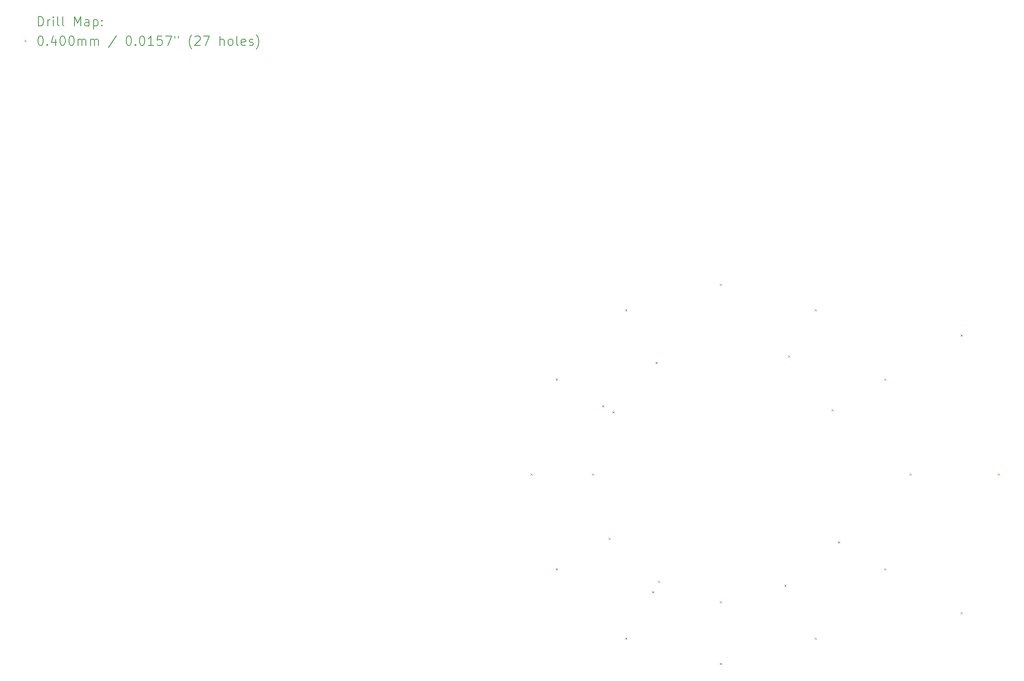
<source format=gbr>
%TF.GenerationSoftware,KiCad,Pcbnew,7.0.7*%
%TF.CreationDate,2023-10-13T08:16:50+05:30*%
%TF.ProjectId,12W,3132572e-6b69-4636-9164-5f7063625858,rev?*%
%TF.SameCoordinates,Original*%
%TF.FileFunction,Drillmap*%
%TF.FilePolarity,Positive*%
%FSLAX45Y45*%
G04 Gerber Fmt 4.5, Leading zero omitted, Abs format (unit mm)*
G04 Created by KiCad (PCBNEW 7.0.7) date 2023-10-13 08:16:50*
%MOMM*%
%LPD*%
G01*
G04 APERTURE LIST*
%ADD10C,0.200000*%
%ADD11C,0.040000*%
G04 APERTURE END LIST*
D10*
D11*
X10885000Y-9980000D02*
X10925000Y-10020000D01*
X10925000Y-9980000D02*
X10885000Y-10020000D01*
X11433626Y-7932500D02*
X11473626Y-7972500D01*
X11473626Y-7932500D02*
X11433626Y-7972500D01*
X11433626Y-12027500D02*
X11473626Y-12067500D01*
X11473626Y-12027500D02*
X11433626Y-12067500D01*
X12220000Y-9980000D02*
X12260000Y-10020000D01*
X12260000Y-9980000D02*
X12220000Y-10020000D01*
X12433885Y-8510000D02*
X12473885Y-8550000D01*
X12473885Y-8510000D02*
X12433885Y-8550000D01*
X12572449Y-11370000D02*
X12612449Y-11410000D01*
X12612449Y-11370000D02*
X12572449Y-11410000D01*
X12659052Y-8640000D02*
X12699052Y-8680000D01*
X12699052Y-8640000D02*
X12659052Y-8680000D01*
X12932500Y-6433626D02*
X12972500Y-6473626D01*
X12972500Y-6433626D02*
X12932500Y-6473626D01*
X12932500Y-13526374D02*
X12972500Y-13566374D01*
X12972500Y-13526374D02*
X12932500Y-13566374D01*
X13510000Y-12526115D02*
X13550000Y-12566115D01*
X13550000Y-12526115D02*
X13510000Y-12566115D01*
X13590000Y-7572449D02*
X13630000Y-7612449D01*
X13630000Y-7572449D02*
X13590000Y-7612449D01*
X13640000Y-12300948D02*
X13680000Y-12340948D01*
X13680000Y-12300948D02*
X13640000Y-12340948D01*
X14980000Y-5885000D02*
X15020000Y-5925000D01*
X15020000Y-5885000D02*
X14980000Y-5925000D01*
X14980000Y-12740000D02*
X15020000Y-12780000D01*
X15020000Y-12740000D02*
X14980000Y-12780000D01*
X14980000Y-14075000D02*
X15020000Y-14115000D01*
X15020000Y-14075000D02*
X14980000Y-14115000D01*
X16370000Y-12387551D02*
X16410000Y-12427551D01*
X16410000Y-12387551D02*
X16370000Y-12427551D01*
X16450000Y-7433885D02*
X16490000Y-7473885D01*
X16490000Y-7433885D02*
X16450000Y-7473885D01*
X17027500Y-6433626D02*
X17067500Y-6473626D01*
X17067500Y-6433626D02*
X17027500Y-6473626D01*
X17027500Y-13526374D02*
X17067500Y-13566374D01*
X17067500Y-13526374D02*
X17027500Y-13566374D01*
X17387551Y-8590000D02*
X17427551Y-8630000D01*
X17427551Y-8590000D02*
X17387551Y-8630000D01*
X17526115Y-11450000D02*
X17566115Y-11490000D01*
X17566115Y-11450000D02*
X17526115Y-11490000D01*
X18526374Y-7932500D02*
X18566374Y-7972500D01*
X18566374Y-7932500D02*
X18526374Y-7972500D01*
X18526374Y-12027500D02*
X18566374Y-12067500D01*
X18566374Y-12027500D02*
X18526374Y-12067500D01*
X19075000Y-9980000D02*
X19115000Y-10020000D01*
X19115000Y-9980000D02*
X19075000Y-10020000D01*
X20176152Y-6980000D02*
X20216152Y-7020000D01*
X20216152Y-6980000D02*
X20176152Y-7020000D01*
X20176152Y-12980000D02*
X20216152Y-13020000D01*
X20216152Y-12980000D02*
X20176152Y-13020000D01*
X20980000Y-9980000D02*
X21020000Y-10020000D01*
X21020000Y-9980000D02*
X20980000Y-10020000D01*
D10*
X260777Y-311484D02*
X260777Y-111484D01*
X260777Y-111484D02*
X308396Y-111484D01*
X308396Y-111484D02*
X336967Y-121008D01*
X336967Y-121008D02*
X356015Y-140055D01*
X356015Y-140055D02*
X365539Y-159103D01*
X365539Y-159103D02*
X375062Y-197198D01*
X375062Y-197198D02*
X375062Y-225769D01*
X375062Y-225769D02*
X365539Y-263865D01*
X365539Y-263865D02*
X356015Y-282912D01*
X356015Y-282912D02*
X336967Y-301960D01*
X336967Y-301960D02*
X308396Y-311484D01*
X308396Y-311484D02*
X260777Y-311484D01*
X460777Y-311484D02*
X460777Y-178150D01*
X460777Y-216246D02*
X470301Y-197198D01*
X470301Y-197198D02*
X479824Y-187674D01*
X479824Y-187674D02*
X498872Y-178150D01*
X498872Y-178150D02*
X517920Y-178150D01*
X584586Y-311484D02*
X584586Y-178150D01*
X584586Y-111484D02*
X575063Y-121008D01*
X575063Y-121008D02*
X584586Y-130531D01*
X584586Y-130531D02*
X594110Y-121008D01*
X594110Y-121008D02*
X584586Y-111484D01*
X584586Y-111484D02*
X584586Y-130531D01*
X708396Y-311484D02*
X689348Y-301960D01*
X689348Y-301960D02*
X679824Y-282912D01*
X679824Y-282912D02*
X679824Y-111484D01*
X813158Y-311484D02*
X794110Y-301960D01*
X794110Y-301960D02*
X784586Y-282912D01*
X784586Y-282912D02*
X784586Y-111484D01*
X1041729Y-311484D02*
X1041729Y-111484D01*
X1041729Y-111484D02*
X1108396Y-254341D01*
X1108396Y-254341D02*
X1175063Y-111484D01*
X1175063Y-111484D02*
X1175063Y-311484D01*
X1356015Y-311484D02*
X1356015Y-206722D01*
X1356015Y-206722D02*
X1346491Y-187674D01*
X1346491Y-187674D02*
X1327444Y-178150D01*
X1327444Y-178150D02*
X1289348Y-178150D01*
X1289348Y-178150D02*
X1270301Y-187674D01*
X1356015Y-301960D02*
X1336967Y-311484D01*
X1336967Y-311484D02*
X1289348Y-311484D01*
X1289348Y-311484D02*
X1270301Y-301960D01*
X1270301Y-301960D02*
X1260777Y-282912D01*
X1260777Y-282912D02*
X1260777Y-263865D01*
X1260777Y-263865D02*
X1270301Y-244817D01*
X1270301Y-244817D02*
X1289348Y-235293D01*
X1289348Y-235293D02*
X1336967Y-235293D01*
X1336967Y-235293D02*
X1356015Y-225769D01*
X1451253Y-178150D02*
X1451253Y-378150D01*
X1451253Y-187674D02*
X1470301Y-178150D01*
X1470301Y-178150D02*
X1508396Y-178150D01*
X1508396Y-178150D02*
X1527443Y-187674D01*
X1527443Y-187674D02*
X1536967Y-197198D01*
X1536967Y-197198D02*
X1546491Y-216246D01*
X1546491Y-216246D02*
X1546491Y-273389D01*
X1546491Y-273389D02*
X1536967Y-292436D01*
X1536967Y-292436D02*
X1527443Y-301960D01*
X1527443Y-301960D02*
X1508396Y-311484D01*
X1508396Y-311484D02*
X1470301Y-311484D01*
X1470301Y-311484D02*
X1451253Y-301960D01*
X1632205Y-292436D02*
X1641729Y-301960D01*
X1641729Y-301960D02*
X1632205Y-311484D01*
X1632205Y-311484D02*
X1622682Y-301960D01*
X1622682Y-301960D02*
X1632205Y-292436D01*
X1632205Y-292436D02*
X1632205Y-311484D01*
X1632205Y-187674D02*
X1641729Y-197198D01*
X1641729Y-197198D02*
X1632205Y-206722D01*
X1632205Y-206722D02*
X1622682Y-197198D01*
X1622682Y-197198D02*
X1632205Y-187674D01*
X1632205Y-187674D02*
X1632205Y-206722D01*
D11*
X-40000Y-620000D02*
X0Y-660000D01*
X0Y-620000D02*
X-40000Y-660000D01*
D10*
X298872Y-531484D02*
X317920Y-531484D01*
X317920Y-531484D02*
X336967Y-541008D01*
X336967Y-541008D02*
X346491Y-550531D01*
X346491Y-550531D02*
X356015Y-569579D01*
X356015Y-569579D02*
X365539Y-607674D01*
X365539Y-607674D02*
X365539Y-655293D01*
X365539Y-655293D02*
X356015Y-693389D01*
X356015Y-693389D02*
X346491Y-712436D01*
X346491Y-712436D02*
X336967Y-721960D01*
X336967Y-721960D02*
X317920Y-731484D01*
X317920Y-731484D02*
X298872Y-731484D01*
X298872Y-731484D02*
X279824Y-721960D01*
X279824Y-721960D02*
X270301Y-712436D01*
X270301Y-712436D02*
X260777Y-693389D01*
X260777Y-693389D02*
X251253Y-655293D01*
X251253Y-655293D02*
X251253Y-607674D01*
X251253Y-607674D02*
X260777Y-569579D01*
X260777Y-569579D02*
X270301Y-550531D01*
X270301Y-550531D02*
X279824Y-541008D01*
X279824Y-541008D02*
X298872Y-531484D01*
X451253Y-712436D02*
X460777Y-721960D01*
X460777Y-721960D02*
X451253Y-731484D01*
X451253Y-731484D02*
X441729Y-721960D01*
X441729Y-721960D02*
X451253Y-712436D01*
X451253Y-712436D02*
X451253Y-731484D01*
X632205Y-598150D02*
X632205Y-731484D01*
X584586Y-521960D02*
X536967Y-664817D01*
X536967Y-664817D02*
X660777Y-664817D01*
X775062Y-531484D02*
X794110Y-531484D01*
X794110Y-531484D02*
X813158Y-541008D01*
X813158Y-541008D02*
X822682Y-550531D01*
X822682Y-550531D02*
X832205Y-569579D01*
X832205Y-569579D02*
X841729Y-607674D01*
X841729Y-607674D02*
X841729Y-655293D01*
X841729Y-655293D02*
X832205Y-693389D01*
X832205Y-693389D02*
X822682Y-712436D01*
X822682Y-712436D02*
X813158Y-721960D01*
X813158Y-721960D02*
X794110Y-731484D01*
X794110Y-731484D02*
X775062Y-731484D01*
X775062Y-731484D02*
X756015Y-721960D01*
X756015Y-721960D02*
X746491Y-712436D01*
X746491Y-712436D02*
X736967Y-693389D01*
X736967Y-693389D02*
X727443Y-655293D01*
X727443Y-655293D02*
X727443Y-607674D01*
X727443Y-607674D02*
X736967Y-569579D01*
X736967Y-569579D02*
X746491Y-550531D01*
X746491Y-550531D02*
X756015Y-541008D01*
X756015Y-541008D02*
X775062Y-531484D01*
X965539Y-531484D02*
X984586Y-531484D01*
X984586Y-531484D02*
X1003634Y-541008D01*
X1003634Y-541008D02*
X1013158Y-550531D01*
X1013158Y-550531D02*
X1022682Y-569579D01*
X1022682Y-569579D02*
X1032205Y-607674D01*
X1032205Y-607674D02*
X1032205Y-655293D01*
X1032205Y-655293D02*
X1022682Y-693389D01*
X1022682Y-693389D02*
X1013158Y-712436D01*
X1013158Y-712436D02*
X1003634Y-721960D01*
X1003634Y-721960D02*
X984586Y-731484D01*
X984586Y-731484D02*
X965539Y-731484D01*
X965539Y-731484D02*
X946491Y-721960D01*
X946491Y-721960D02*
X936967Y-712436D01*
X936967Y-712436D02*
X927443Y-693389D01*
X927443Y-693389D02*
X917920Y-655293D01*
X917920Y-655293D02*
X917920Y-607674D01*
X917920Y-607674D02*
X927443Y-569579D01*
X927443Y-569579D02*
X936967Y-550531D01*
X936967Y-550531D02*
X946491Y-541008D01*
X946491Y-541008D02*
X965539Y-531484D01*
X1117920Y-731484D02*
X1117920Y-598150D01*
X1117920Y-617198D02*
X1127444Y-607674D01*
X1127444Y-607674D02*
X1146491Y-598150D01*
X1146491Y-598150D02*
X1175063Y-598150D01*
X1175063Y-598150D02*
X1194110Y-607674D01*
X1194110Y-607674D02*
X1203634Y-626722D01*
X1203634Y-626722D02*
X1203634Y-731484D01*
X1203634Y-626722D02*
X1213158Y-607674D01*
X1213158Y-607674D02*
X1232205Y-598150D01*
X1232205Y-598150D02*
X1260777Y-598150D01*
X1260777Y-598150D02*
X1279825Y-607674D01*
X1279825Y-607674D02*
X1289348Y-626722D01*
X1289348Y-626722D02*
X1289348Y-731484D01*
X1384586Y-731484D02*
X1384586Y-598150D01*
X1384586Y-617198D02*
X1394110Y-607674D01*
X1394110Y-607674D02*
X1413158Y-598150D01*
X1413158Y-598150D02*
X1441729Y-598150D01*
X1441729Y-598150D02*
X1460777Y-607674D01*
X1460777Y-607674D02*
X1470301Y-626722D01*
X1470301Y-626722D02*
X1470301Y-731484D01*
X1470301Y-626722D02*
X1479824Y-607674D01*
X1479824Y-607674D02*
X1498872Y-598150D01*
X1498872Y-598150D02*
X1527443Y-598150D01*
X1527443Y-598150D02*
X1546491Y-607674D01*
X1546491Y-607674D02*
X1556015Y-626722D01*
X1556015Y-626722D02*
X1556015Y-731484D01*
X1946491Y-521960D02*
X1775063Y-779103D01*
X2203634Y-531484D02*
X2222682Y-531484D01*
X2222682Y-531484D02*
X2241729Y-541008D01*
X2241729Y-541008D02*
X2251253Y-550531D01*
X2251253Y-550531D02*
X2260777Y-569579D01*
X2260777Y-569579D02*
X2270301Y-607674D01*
X2270301Y-607674D02*
X2270301Y-655293D01*
X2270301Y-655293D02*
X2260777Y-693389D01*
X2260777Y-693389D02*
X2251253Y-712436D01*
X2251253Y-712436D02*
X2241729Y-721960D01*
X2241729Y-721960D02*
X2222682Y-731484D01*
X2222682Y-731484D02*
X2203634Y-731484D01*
X2203634Y-731484D02*
X2184587Y-721960D01*
X2184587Y-721960D02*
X2175063Y-712436D01*
X2175063Y-712436D02*
X2165539Y-693389D01*
X2165539Y-693389D02*
X2156015Y-655293D01*
X2156015Y-655293D02*
X2156015Y-607674D01*
X2156015Y-607674D02*
X2165539Y-569579D01*
X2165539Y-569579D02*
X2175063Y-550531D01*
X2175063Y-550531D02*
X2184587Y-541008D01*
X2184587Y-541008D02*
X2203634Y-531484D01*
X2356015Y-712436D02*
X2365539Y-721960D01*
X2365539Y-721960D02*
X2356015Y-731484D01*
X2356015Y-731484D02*
X2346491Y-721960D01*
X2346491Y-721960D02*
X2356015Y-712436D01*
X2356015Y-712436D02*
X2356015Y-731484D01*
X2489348Y-531484D02*
X2508396Y-531484D01*
X2508396Y-531484D02*
X2527444Y-541008D01*
X2527444Y-541008D02*
X2536968Y-550531D01*
X2536968Y-550531D02*
X2546491Y-569579D01*
X2546491Y-569579D02*
X2556015Y-607674D01*
X2556015Y-607674D02*
X2556015Y-655293D01*
X2556015Y-655293D02*
X2546491Y-693389D01*
X2546491Y-693389D02*
X2536968Y-712436D01*
X2536968Y-712436D02*
X2527444Y-721960D01*
X2527444Y-721960D02*
X2508396Y-731484D01*
X2508396Y-731484D02*
X2489348Y-731484D01*
X2489348Y-731484D02*
X2470301Y-721960D01*
X2470301Y-721960D02*
X2460777Y-712436D01*
X2460777Y-712436D02*
X2451253Y-693389D01*
X2451253Y-693389D02*
X2441729Y-655293D01*
X2441729Y-655293D02*
X2441729Y-607674D01*
X2441729Y-607674D02*
X2451253Y-569579D01*
X2451253Y-569579D02*
X2460777Y-550531D01*
X2460777Y-550531D02*
X2470301Y-541008D01*
X2470301Y-541008D02*
X2489348Y-531484D01*
X2746491Y-731484D02*
X2632206Y-731484D01*
X2689348Y-731484D02*
X2689348Y-531484D01*
X2689348Y-531484D02*
X2670301Y-560055D01*
X2670301Y-560055D02*
X2651253Y-579103D01*
X2651253Y-579103D02*
X2632206Y-588627D01*
X2927444Y-531484D02*
X2832206Y-531484D01*
X2832206Y-531484D02*
X2822682Y-626722D01*
X2822682Y-626722D02*
X2832206Y-617198D01*
X2832206Y-617198D02*
X2851253Y-607674D01*
X2851253Y-607674D02*
X2898872Y-607674D01*
X2898872Y-607674D02*
X2917920Y-617198D01*
X2917920Y-617198D02*
X2927444Y-626722D01*
X2927444Y-626722D02*
X2936967Y-645770D01*
X2936967Y-645770D02*
X2936967Y-693389D01*
X2936967Y-693389D02*
X2927444Y-712436D01*
X2927444Y-712436D02*
X2917920Y-721960D01*
X2917920Y-721960D02*
X2898872Y-731484D01*
X2898872Y-731484D02*
X2851253Y-731484D01*
X2851253Y-731484D02*
X2832206Y-721960D01*
X2832206Y-721960D02*
X2822682Y-712436D01*
X3003634Y-531484D02*
X3136967Y-531484D01*
X3136967Y-531484D02*
X3051253Y-731484D01*
X3203634Y-531484D02*
X3203634Y-569579D01*
X3279825Y-531484D02*
X3279825Y-569579D01*
X3575063Y-807674D02*
X3565539Y-798150D01*
X3565539Y-798150D02*
X3546491Y-769579D01*
X3546491Y-769579D02*
X3536968Y-750531D01*
X3536968Y-750531D02*
X3527444Y-721960D01*
X3527444Y-721960D02*
X3517920Y-674341D01*
X3517920Y-674341D02*
X3517920Y-636246D01*
X3517920Y-636246D02*
X3527444Y-588627D01*
X3527444Y-588627D02*
X3536968Y-560055D01*
X3536968Y-560055D02*
X3546491Y-541008D01*
X3546491Y-541008D02*
X3565539Y-512436D01*
X3565539Y-512436D02*
X3575063Y-502912D01*
X3641729Y-550531D02*
X3651253Y-541008D01*
X3651253Y-541008D02*
X3670301Y-531484D01*
X3670301Y-531484D02*
X3717920Y-531484D01*
X3717920Y-531484D02*
X3736968Y-541008D01*
X3736968Y-541008D02*
X3746491Y-550531D01*
X3746491Y-550531D02*
X3756015Y-569579D01*
X3756015Y-569579D02*
X3756015Y-588627D01*
X3756015Y-588627D02*
X3746491Y-617198D01*
X3746491Y-617198D02*
X3632206Y-731484D01*
X3632206Y-731484D02*
X3756015Y-731484D01*
X3822682Y-531484D02*
X3956015Y-531484D01*
X3956015Y-531484D02*
X3870301Y-731484D01*
X4184587Y-731484D02*
X4184587Y-531484D01*
X4270301Y-731484D02*
X4270301Y-626722D01*
X4270301Y-626722D02*
X4260777Y-607674D01*
X4260777Y-607674D02*
X4241730Y-598150D01*
X4241730Y-598150D02*
X4213158Y-598150D01*
X4213158Y-598150D02*
X4194110Y-607674D01*
X4194110Y-607674D02*
X4184587Y-617198D01*
X4394111Y-731484D02*
X4375063Y-721960D01*
X4375063Y-721960D02*
X4365539Y-712436D01*
X4365539Y-712436D02*
X4356015Y-693389D01*
X4356015Y-693389D02*
X4356015Y-636246D01*
X4356015Y-636246D02*
X4365539Y-617198D01*
X4365539Y-617198D02*
X4375063Y-607674D01*
X4375063Y-607674D02*
X4394111Y-598150D01*
X4394111Y-598150D02*
X4422682Y-598150D01*
X4422682Y-598150D02*
X4441730Y-607674D01*
X4441730Y-607674D02*
X4451253Y-617198D01*
X4451253Y-617198D02*
X4460777Y-636246D01*
X4460777Y-636246D02*
X4460777Y-693389D01*
X4460777Y-693389D02*
X4451253Y-712436D01*
X4451253Y-712436D02*
X4441730Y-721960D01*
X4441730Y-721960D02*
X4422682Y-731484D01*
X4422682Y-731484D02*
X4394111Y-731484D01*
X4575063Y-731484D02*
X4556015Y-721960D01*
X4556015Y-721960D02*
X4546492Y-702912D01*
X4546492Y-702912D02*
X4546492Y-531484D01*
X4727444Y-721960D02*
X4708396Y-731484D01*
X4708396Y-731484D02*
X4670301Y-731484D01*
X4670301Y-731484D02*
X4651253Y-721960D01*
X4651253Y-721960D02*
X4641730Y-702912D01*
X4641730Y-702912D02*
X4641730Y-626722D01*
X4641730Y-626722D02*
X4651253Y-607674D01*
X4651253Y-607674D02*
X4670301Y-598150D01*
X4670301Y-598150D02*
X4708396Y-598150D01*
X4708396Y-598150D02*
X4727444Y-607674D01*
X4727444Y-607674D02*
X4736968Y-626722D01*
X4736968Y-626722D02*
X4736968Y-645770D01*
X4736968Y-645770D02*
X4641730Y-664817D01*
X4813158Y-721960D02*
X4832206Y-731484D01*
X4832206Y-731484D02*
X4870301Y-731484D01*
X4870301Y-731484D02*
X4889349Y-721960D01*
X4889349Y-721960D02*
X4898873Y-702912D01*
X4898873Y-702912D02*
X4898873Y-693389D01*
X4898873Y-693389D02*
X4889349Y-674341D01*
X4889349Y-674341D02*
X4870301Y-664817D01*
X4870301Y-664817D02*
X4841730Y-664817D01*
X4841730Y-664817D02*
X4822682Y-655293D01*
X4822682Y-655293D02*
X4813158Y-636246D01*
X4813158Y-636246D02*
X4813158Y-626722D01*
X4813158Y-626722D02*
X4822682Y-607674D01*
X4822682Y-607674D02*
X4841730Y-598150D01*
X4841730Y-598150D02*
X4870301Y-598150D01*
X4870301Y-598150D02*
X4889349Y-607674D01*
X4965539Y-807674D02*
X4975063Y-798150D01*
X4975063Y-798150D02*
X4994111Y-769579D01*
X4994111Y-769579D02*
X5003634Y-750531D01*
X5003634Y-750531D02*
X5013158Y-721960D01*
X5013158Y-721960D02*
X5022682Y-674341D01*
X5022682Y-674341D02*
X5022682Y-636246D01*
X5022682Y-636246D02*
X5013158Y-588627D01*
X5013158Y-588627D02*
X5003634Y-560055D01*
X5003634Y-560055D02*
X4994111Y-541008D01*
X4994111Y-541008D02*
X4975063Y-512436D01*
X4975063Y-512436D02*
X4965539Y-502912D01*
M02*

</source>
